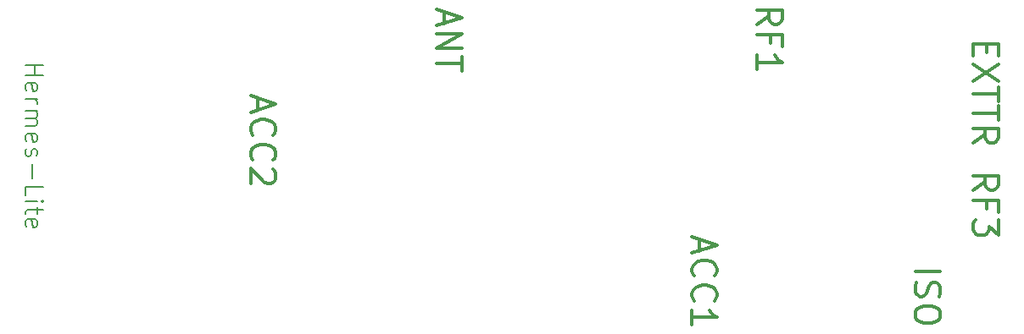
<source format=gto>
G04 #@! TF.GenerationSoftware,KiCad,Pcbnew,5.1.5-52549c5~84~ubuntu18.04.1*
G04 #@! TF.CreationDate,2020-03-29T21:38:33-07:00*
G04 #@! TF.ProjectId,endcap,656e6463-6170-42e6-9b69-6361645f7063,2.1*
G04 #@! TF.SameCoordinates,PX2faf080PY2faf080*
G04 #@! TF.FileFunction,Other,ECO1*
%FSLAX46Y46*%
G04 Gerber Fmt 4.6, Leading zero omitted, Abs format (unit mm)*
G04 Created by KiCad (PCBNEW 5.1.5-52549c5~84~ubuntu18.04.1) date 2020-03-29 21:38:33*
%MOMM*%
%LPD*%
G04 APERTURE LIST*
%ADD10C,0.200000*%
%ADD11C,0.300000*%
G04 APERTURE END LIST*
D10*
X3185714Y-11700000D02*
X4985714Y-11700000D01*
X4128571Y-11700000D02*
X4128571Y-12728571D01*
X3185714Y-12728571D02*
X4985714Y-12728571D01*
X3271428Y-14271428D02*
X3185714Y-14100000D01*
X3185714Y-13757142D01*
X3271428Y-13585714D01*
X3442857Y-13500000D01*
X4128571Y-13500000D01*
X4300000Y-13585714D01*
X4385714Y-13757142D01*
X4385714Y-14100000D01*
X4300000Y-14271428D01*
X4128571Y-14357142D01*
X3957142Y-14357142D01*
X3785714Y-13500000D01*
X3185714Y-15128571D02*
X4385714Y-15128571D01*
X4042857Y-15128571D02*
X4214285Y-15214285D01*
X4300000Y-15300000D01*
X4385714Y-15471428D01*
X4385714Y-15642857D01*
X3185714Y-16242857D02*
X4385714Y-16242857D01*
X4214285Y-16242857D02*
X4300000Y-16328571D01*
X4385714Y-16500000D01*
X4385714Y-16757142D01*
X4300000Y-16928571D01*
X4128571Y-17014285D01*
X3185714Y-17014285D01*
X4128571Y-17014285D02*
X4300000Y-17100000D01*
X4385714Y-17271428D01*
X4385714Y-17528571D01*
X4300000Y-17700000D01*
X4128571Y-17785714D01*
X3185714Y-17785714D01*
X3271428Y-19328571D02*
X3185714Y-19157142D01*
X3185714Y-18814285D01*
X3271428Y-18642857D01*
X3442857Y-18557142D01*
X4128571Y-18557142D01*
X4300000Y-18642857D01*
X4385714Y-18814285D01*
X4385714Y-19157142D01*
X4300000Y-19328571D01*
X4128571Y-19414285D01*
X3957142Y-19414285D01*
X3785714Y-18557142D01*
X3271428Y-20100000D02*
X3185714Y-20271428D01*
X3185714Y-20614285D01*
X3271428Y-20785714D01*
X3442857Y-20871428D01*
X3528571Y-20871428D01*
X3700000Y-20785714D01*
X3785714Y-20614285D01*
X3785714Y-20357142D01*
X3871428Y-20185714D01*
X4042857Y-20100000D01*
X4128571Y-20100000D01*
X4300000Y-20185714D01*
X4385714Y-20357142D01*
X4385714Y-20614285D01*
X4300000Y-20785714D01*
X3871428Y-21642857D02*
X3871428Y-23014285D01*
X3185714Y-24728571D02*
X3185714Y-23871428D01*
X4985714Y-23871428D01*
X3185714Y-25328571D02*
X4385714Y-25328571D01*
X4985714Y-25328571D02*
X4900000Y-25242857D01*
X4814285Y-25328571D01*
X4900000Y-25414285D01*
X4985714Y-25328571D01*
X4814285Y-25328571D01*
X4385714Y-25928571D02*
X4385714Y-26614285D01*
X4985714Y-26185714D02*
X3442857Y-26185714D01*
X3271428Y-26271428D01*
X3185714Y-26442857D01*
X3185714Y-26614285D01*
X3271428Y-27900000D02*
X3185714Y-27728571D01*
X3185714Y-27385714D01*
X3271428Y-27214285D01*
X3442857Y-27128571D01*
X4128571Y-27128571D01*
X4300000Y-27214285D01*
X4385714Y-27385714D01*
X4385714Y-27728571D01*
X4300000Y-27900000D01*
X4128571Y-27985714D01*
X3957142Y-27985714D01*
X3785714Y-27128571D01*
D11*
X92069047Y-32400000D02*
X94569047Y-32400000D01*
X92188095Y-33471428D02*
X92069047Y-33828571D01*
X92069047Y-34423809D01*
X92188095Y-34661904D01*
X92307142Y-34780952D01*
X92545238Y-34900000D01*
X92783333Y-34900000D01*
X93021428Y-34780952D01*
X93140476Y-34661904D01*
X93259523Y-34423809D01*
X93378571Y-33947619D01*
X93497619Y-33709523D01*
X93616666Y-33590476D01*
X93854761Y-33471428D01*
X94092857Y-33471428D01*
X94330952Y-33590476D01*
X94450000Y-33709523D01*
X94569047Y-33947619D01*
X94569047Y-34542857D01*
X94450000Y-34900000D01*
X94569047Y-36447619D02*
X94569047Y-36923809D01*
X94450000Y-37161904D01*
X94211904Y-37400000D01*
X93735714Y-37519047D01*
X92902380Y-37519047D01*
X92426190Y-37400000D01*
X92188095Y-37161904D01*
X92069047Y-36923809D01*
X92069047Y-36447619D01*
X92188095Y-36209523D01*
X92426190Y-35971428D01*
X92902380Y-35852380D01*
X93735714Y-35852380D01*
X94211904Y-35971428D01*
X94450000Y-36209523D01*
X94569047Y-36447619D01*
X97869047Y-24211904D02*
X99059523Y-23378571D01*
X97869047Y-22783333D02*
X100369047Y-22783333D01*
X100369047Y-23735714D01*
X100250000Y-23973809D01*
X100130952Y-24092857D01*
X99892857Y-24211904D01*
X99535714Y-24211904D01*
X99297619Y-24092857D01*
X99178571Y-23973809D01*
X99059523Y-23735714D01*
X99059523Y-22783333D01*
X99178571Y-26116666D02*
X99178571Y-25283333D01*
X97869047Y-25283333D02*
X100369047Y-25283333D01*
X100369047Y-26473809D01*
X100369047Y-27188095D02*
X100369047Y-28735714D01*
X99416666Y-27902380D01*
X99416666Y-28259523D01*
X99297619Y-28497619D01*
X99178571Y-28616666D01*
X98940476Y-28735714D01*
X98345238Y-28735714D01*
X98107142Y-28616666D01*
X97988095Y-28497619D01*
X97869047Y-28259523D01*
X97869047Y-27545238D01*
X97988095Y-27307142D01*
X98107142Y-27188095D01*
X70483333Y-29114285D02*
X70483333Y-30304761D01*
X69769047Y-28876190D02*
X72269047Y-29709523D01*
X69769047Y-30542857D01*
X70007142Y-32804761D02*
X69888095Y-32685714D01*
X69769047Y-32328571D01*
X69769047Y-32090476D01*
X69888095Y-31733333D01*
X70126190Y-31495238D01*
X70364285Y-31376190D01*
X70840476Y-31257142D01*
X71197619Y-31257142D01*
X71673809Y-31376190D01*
X71911904Y-31495238D01*
X72150000Y-31733333D01*
X72269047Y-32090476D01*
X72269047Y-32328571D01*
X72150000Y-32685714D01*
X72030952Y-32804761D01*
X70007142Y-35304761D02*
X69888095Y-35185714D01*
X69769047Y-34828571D01*
X69769047Y-34590476D01*
X69888095Y-34233333D01*
X70126190Y-33995238D01*
X70364285Y-33876190D01*
X70840476Y-33757142D01*
X71197619Y-33757142D01*
X71673809Y-33876190D01*
X71911904Y-33995238D01*
X72150000Y-34233333D01*
X72269047Y-34590476D01*
X72269047Y-34828571D01*
X72150000Y-35185714D01*
X72030952Y-35304761D01*
X69769047Y-37685714D02*
X69769047Y-36257142D01*
X69769047Y-36971428D02*
X72269047Y-36971428D01*
X71911904Y-36733333D01*
X71673809Y-36495238D01*
X71554761Y-36257142D01*
X26383333Y-15014285D02*
X26383333Y-16204761D01*
X25669047Y-14776190D02*
X28169047Y-15609523D01*
X25669047Y-16442857D01*
X25907142Y-18704761D02*
X25788095Y-18585714D01*
X25669047Y-18228571D01*
X25669047Y-17990476D01*
X25788095Y-17633333D01*
X26026190Y-17395238D01*
X26264285Y-17276190D01*
X26740476Y-17157142D01*
X27097619Y-17157142D01*
X27573809Y-17276190D01*
X27811904Y-17395238D01*
X28050000Y-17633333D01*
X28169047Y-17990476D01*
X28169047Y-18228571D01*
X28050000Y-18585714D01*
X27930952Y-18704761D01*
X25907142Y-21204761D02*
X25788095Y-21085714D01*
X25669047Y-20728571D01*
X25669047Y-20490476D01*
X25788095Y-20133333D01*
X26026190Y-19895238D01*
X26264285Y-19776190D01*
X26740476Y-19657142D01*
X27097619Y-19657142D01*
X27573809Y-19776190D01*
X27811904Y-19895238D01*
X28050000Y-20133333D01*
X28169047Y-20490476D01*
X28169047Y-20728571D01*
X28050000Y-21085714D01*
X27930952Y-21204761D01*
X27930952Y-22157142D02*
X28050000Y-22276190D01*
X28169047Y-22514285D01*
X28169047Y-23109523D01*
X28050000Y-23347619D01*
X27930952Y-23466666D01*
X27692857Y-23585714D01*
X27454761Y-23585714D01*
X27097619Y-23466666D01*
X25669047Y-22038095D01*
X25669047Y-23585714D01*
X44983333Y-6342857D02*
X44983333Y-7533333D01*
X44269047Y-6104761D02*
X46769047Y-6938095D01*
X44269047Y-7771428D01*
X44269047Y-8604761D02*
X46769047Y-8604761D01*
X44269047Y-10033333D01*
X46769047Y-10033333D01*
X46769047Y-10866666D02*
X46769047Y-12295238D01*
X44269047Y-11580952D02*
X46769047Y-11580952D01*
X76269047Y-7611904D02*
X77459523Y-6778571D01*
X76269047Y-6183333D02*
X78769047Y-6183333D01*
X78769047Y-7135714D01*
X78650000Y-7373809D01*
X78530952Y-7492857D01*
X78292857Y-7611904D01*
X77935714Y-7611904D01*
X77697619Y-7492857D01*
X77578571Y-7373809D01*
X77459523Y-7135714D01*
X77459523Y-6183333D01*
X77578571Y-9516666D02*
X77578571Y-8683333D01*
X76269047Y-8683333D02*
X78769047Y-8683333D01*
X78769047Y-9873809D01*
X76269047Y-12135714D02*
X76269047Y-10707142D01*
X76269047Y-11421428D02*
X78769047Y-11421428D01*
X78411904Y-11183333D01*
X78173809Y-10945238D01*
X78054761Y-10707142D01*
X99178571Y-9619047D02*
X99178571Y-10452380D01*
X97869047Y-10809523D02*
X97869047Y-9619047D01*
X100369047Y-9619047D01*
X100369047Y-10809523D01*
X100369047Y-11642857D02*
X97869047Y-13309523D01*
X100369047Y-13309523D02*
X97869047Y-11642857D01*
X100369047Y-13904761D02*
X100369047Y-15333333D01*
X97869047Y-14619047D02*
X100369047Y-14619047D01*
X100369047Y-15809523D02*
X100369047Y-17238095D01*
X97869047Y-16523809D02*
X100369047Y-16523809D01*
X97869047Y-19500000D02*
X99059523Y-18666666D01*
X97869047Y-18071428D02*
X100369047Y-18071428D01*
X100369047Y-19023809D01*
X100250000Y-19261904D01*
X100130952Y-19380952D01*
X99892857Y-19500000D01*
X99535714Y-19500000D01*
X99297619Y-19380952D01*
X99178571Y-19261904D01*
X99059523Y-19023809D01*
X99059523Y-18071428D01*
M02*

</source>
